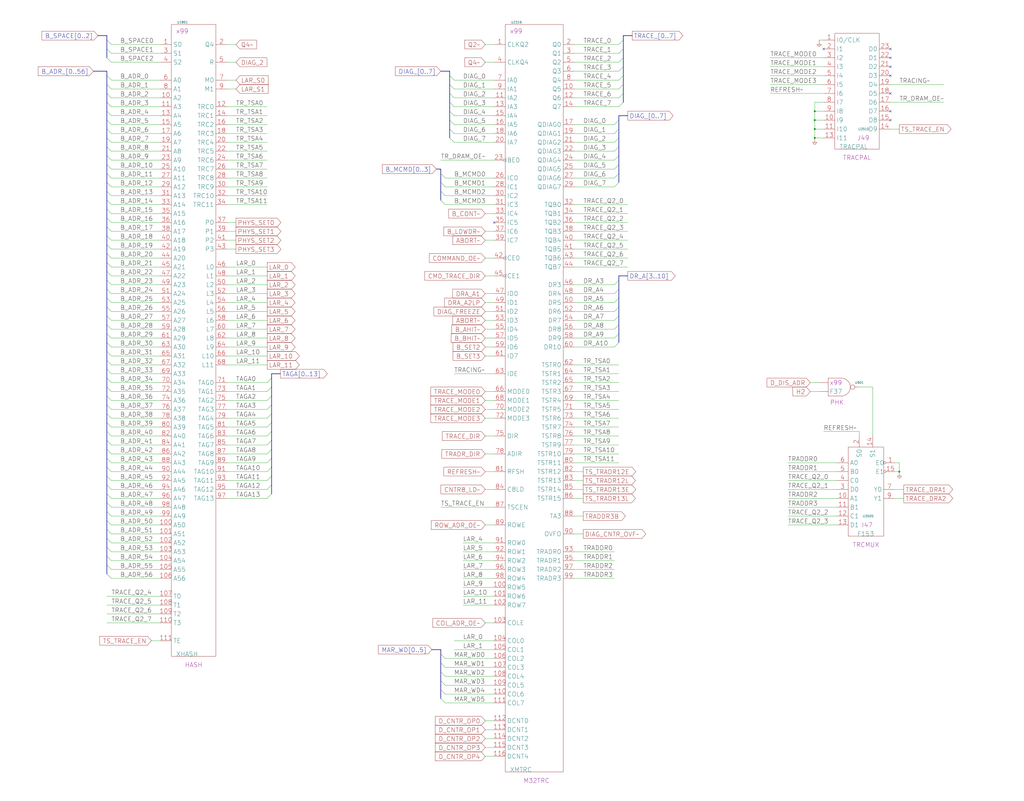
<source format=kicad_sch>
(kicad_sch (version 20230121) (generator eeschema)
  (paper "User" 584.2 457.2)
  (title_block (title "ADDRESS\\nLAR AND SET REGISTERS") (date "08-MAR-90") (rev "0.0") (comment 1 "MEM32 BOARD") (comment 2 "232-003066") (comment 3 "S400") (comment 4 "RELEASED"))
  (junction (at 464.82 78.74))
  (junction (at 513.08 269.24))
  (junction (at 464.82 63.5))
  (junction (at 464.82 68.58))
  (junction (at 464.82 73.66))
  (no_connect (at 469.9 27.94))
  (no_connect (at 508 33.02))
  (no_connect (at 508 53.34))
  (no_connect (at 508 38.1))
  (no_connect (at 281.94 127))
  (no_connect (at 508 43.18))
  (no_connect (at 508 27.94))
  (no_connect (at 508 63.5))
  (no_connect (at 508 68.58))
  (bus_entry (at 60.96 160.02) (size 2.54 2.54))
  (bus_entry (at 353.06 170.18) (size -2.54 2.54))
  (bus_entry (at 353.06 83.82) (size -2.54 2.54))
  (bus_entry (at 60.96 144.78) (size 2.54 2.54))
  (bus_entry (at 60.96 58.42) (size 2.54 2.54))
  (bus_entry (at 60.96 246.38) (size 2.54 2.54))
  (bus_entry (at 154.94 236.22) (size -2.54 2.54))
  (bus_entry (at 60.96 134.62) (size 2.54 2.54))
  (bus_entry (at 251.46 383.54) (size 2.54 2.54))
  (bus_entry (at 60.96 266.7) (size 2.54 2.54))
  (bus_entry (at 154.94 226.06) (size -2.54 2.54))
  (bus_entry (at 256.54 78.74) (size 2.54 2.54))
  (bus_entry (at 60.96 307.34) (size 2.54 2.54))
  (bus_entry (at 256.54 43.18) (size 2.54 2.54))
  (bus_entry (at 353.06 165.1) (size -2.54 2.54))
  (bus_entry (at 60.96 287.02) (size 2.54 2.54))
  (bus_entry (at 154.94 251.46) (size -2.54 2.54))
  (bus_entry (at 60.96 297.18) (size 2.54 2.54))
  (bus_entry (at 154.94 246.38) (size -2.54 2.54))
  (bus_entry (at 355.6 22.86) (size -2.54 2.54))
  (bus_entry (at 60.96 281.94) (size 2.54 2.54))
  (bus_entry (at 60.96 236.22) (size 2.54 2.54))
  (bus_entry (at 60.96 175.26) (size 2.54 2.54))
  (bus_entry (at 60.96 22.86) (size 2.54 2.54))
  (bus_entry (at 256.54 68.58) (size 2.54 2.54))
  (bus_entry (at 60.96 124.46) (size 2.54 2.54))
  (bus_entry (at 60.96 215.9) (size 2.54 2.54))
  (bus_entry (at 60.96 271.78) (size 2.54 2.54))
  (bus_entry (at 251.46 109.22) (size 2.54 2.54))
  (bus_entry (at 353.06 93.98) (size -2.54 2.54))
  (bus_entry (at 60.96 292.1) (size 2.54 2.54))
  (bus_entry (at 60.96 48.26) (size 2.54 2.54))
  (bus_entry (at 60.96 210.82) (size 2.54 2.54))
  (bus_entry (at 251.46 388.62) (size 2.54 2.54))
  (bus_entry (at 353.06 175.26) (size -2.54 2.54))
  (bus_entry (at 251.46 99.06) (size 2.54 2.54))
  (bus_entry (at 256.54 63.5) (size 2.54 2.54))
  (bus_entry (at 256.54 73.66) (size 2.54 2.54))
  (bus_entry (at 60.96 251.46) (size 2.54 2.54))
  (bus_entry (at 353.06 160.02) (size -2.54 2.54))
  (bus_entry (at 353.06 73.66) (size -2.54 2.54))
  (bus_entry (at 60.96 73.66) (size 2.54 2.54))
  (bus_entry (at 60.96 104.14) (size 2.54 2.54))
  (bus_entry (at 60.96 114.3) (size 2.54 2.54))
  (bus_entry (at 256.54 58.42) (size 2.54 2.54))
  (bus_entry (at 60.96 185.42) (size 2.54 2.54))
  (bus_entry (at 154.94 231.14) (size -2.54 2.54))
  (bus_entry (at 251.46 373.38) (size 2.54 2.54))
  (bus_entry (at 60.96 226.06) (size 2.54 2.54))
  (bus_entry (at 154.94 281.94) (size -2.54 2.54))
  (bus_entry (at 60.96 241.3) (size 2.54 2.54))
  (bus_entry (at 60.96 195.58) (size 2.54 2.54))
  (bus_entry (at 154.94 220.98) (size -2.54 2.54))
  (bus_entry (at 60.96 200.66) (size 2.54 2.54))
  (bus_entry (at 60.96 322.58) (size 2.54 2.54))
  (bus_entry (at 355.6 48.26) (size -2.54 2.54))
  (bus_entry (at 251.46 104.14) (size 2.54 2.54))
  (bus_entry (at 60.96 33.02) (size 2.54 2.54))
  (bus_entry (at 60.96 63.5) (size 2.54 2.54))
  (bus_entry (at 353.06 185.42) (size -2.54 2.54))
  (bus_entry (at 355.6 58.42) (size -2.54 2.54))
  (bus_entry (at 355.6 27.94) (size -2.54 2.54))
  (bus_entry (at 60.96 88.9) (size 2.54 2.54))
  (bus_entry (at 60.96 256.54) (size 2.54 2.54))
  (bus_entry (at 60.96 170.18) (size 2.54 2.54))
  (bus_entry (at 355.6 53.34) (size -2.54 2.54))
  (bus_entry (at 353.06 99.06) (size -2.54 2.54))
  (bus_entry (at 353.06 180.34) (size -2.54 2.54))
  (bus_entry (at 60.96 231.14) (size 2.54 2.54))
  (bus_entry (at 60.96 68.58) (size 2.54 2.54))
  (bus_entry (at 60.96 109.22) (size 2.54 2.54))
  (bus_entry (at 60.96 276.86) (size 2.54 2.54))
  (bus_entry (at 60.96 190.5) (size 2.54 2.54))
  (bus_entry (at 251.46 393.7) (size 2.54 2.54))
  (bus_entry (at 60.96 93.98) (size 2.54 2.54))
  (bus_entry (at 60.96 149.86) (size 2.54 2.54))
  (bus_entry (at 353.06 68.58) (size -2.54 2.54))
  (bus_entry (at 60.96 165.1) (size 2.54 2.54))
  (bus_entry (at 353.06 190.5) (size -2.54 2.54))
  (bus_entry (at 60.96 43.18) (size 2.54 2.54))
  (bus_entry (at 60.96 83.82) (size 2.54 2.54))
  (bus_entry (at 60.96 261.62) (size 2.54 2.54))
  (bus_entry (at 60.96 154.94) (size 2.54 2.54))
  (bus_entry (at 251.46 398.78) (size 2.54 2.54))
  (bus_entry (at 256.54 53.34) (size 2.54 2.54))
  (bus_entry (at 60.96 312.42) (size 2.54 2.54))
  (bus_entry (at 353.06 88.9) (size -2.54 2.54))
  (bus_entry (at 251.46 378.46) (size 2.54 2.54))
  (bus_entry (at 355.6 43.18) (size -2.54 2.54))
  (bus_entry (at 60.96 327.66) (size 2.54 2.54))
  (bus_entry (at 60.96 119.38) (size 2.54 2.54))
  (bus_entry (at 353.06 104.14) (size -2.54 2.54))
  (bus_entry (at 60.96 53.34) (size 2.54 2.54))
  (bus_entry (at 60.96 220.98) (size 2.54 2.54))
  (bus_entry (at 60.96 78.74) (size 2.54 2.54))
  (bus_entry (at 154.94 215.9) (size -2.54 2.54))
  (bus_entry (at 60.96 129.54) (size 2.54 2.54))
  (bus_entry (at 355.6 33.02) (size -2.54 2.54))
  (bus_entry (at 154.94 271.78) (size -2.54 2.54))
  (bus_entry (at 154.94 241.3) (size -2.54 2.54))
  (bus_entry (at 251.46 114.3) (size 2.54 2.54))
  (bus_entry (at 154.94 256.54) (size -2.54 2.54))
  (bus_entry (at 60.96 27.94) (size 2.54 2.54))
  (bus_entry (at 353.06 195.58) (size -2.54 2.54))
  (bus_entry (at 60.96 302.26) (size 2.54 2.54))
  (bus_entry (at 60.96 205.74) (size 2.54 2.54))
  (bus_entry (at 154.94 266.7) (size -2.54 2.54))
  (bus_entry (at 154.94 261.62) (size -2.54 2.54))
  (bus_entry (at 60.96 180.34) (size 2.54 2.54))
  (bus_entry (at 353.06 78.74) (size -2.54 2.54))
  (bus_entry (at 256.54 48.26) (size 2.54 2.54))
  (bus_entry (at 60.96 99.06) (size 2.54 2.54))
  (bus_entry (at 60.96 139.7) (size 2.54 2.54))
  (bus_entry (at 355.6 38.1) (size -2.54 2.54))
  (bus_entry (at 60.96 317.5) (size 2.54 2.54))
  (bus_entry (at 154.94 276.86) (size -2.54 2.54))
  (wire (pts (xy 276.86 121.92) (xy 281.94 121.92)))
  (wire (pts (xy 259.08 370.84) (xy 281.94 370.84)))
  (wire (pts (xy 327.66 40.64) (xy 353.06 40.64)))
  (wire (pts (xy 63.5 320.04) (xy 91.44 320.04)))
  (wire (pts (xy 327.66 264.16) (xy 353.06 264.16)))
  (wire (pts (xy 276.86 203.2) (xy 281.94 203.2)))
  (bus (pts (xy 60.96 215.9) (xy 60.96 220.98)))
  (wire (pts (xy 464.82 63.5) (xy 469.9 63.5)))
  (wire (pts (xy 129.54 218.44) (xy 152.4 218.44)))
  (wire (pts (xy 276.86 233.68) (xy 281.94 233.68)))
  (wire (pts (xy 129.54 223.52) (xy 152.4 223.52)))
  (wire (pts (xy 129.54 132.08) (xy 134.62 132.08)))
  (wire (pts (xy 490.22 220.98) (xy 497.84 220.98)))
  (bus (pts (xy 353.06 160.02) (xy 353.06 165.1)))
  (wire (pts (xy 259.08 365.76) (xy 281.94 365.76)))
  (bus (pts (xy 60.96 119.38) (xy 60.96 124.46)))
  (wire (pts (xy 276.86 269.24) (xy 281.94 269.24)))
  (bus (pts (xy 160.02 213.36) (xy 154.94 213.36)))
  (wire (pts (xy 63.5 35.56) (xy 91.44 35.56)))
  (wire (pts (xy 469.9 246.38) (xy 490.22 246.38)))
  (wire (pts (xy 327.66 243.84) (xy 353.06 243.84)))
  (bus (pts (xy 60.96 129.54) (xy 60.96 134.62)))
  (wire (pts (xy 439.42 43.18) (xy 469.9 43.18)))
  (wire (pts (xy 276.86 187.96) (xy 281.94 187.96)))
  (wire (pts (xy 276.86 147.32) (xy 281.94 147.32)))
  (wire (pts (xy 327.66 76.2) (xy 350.52 76.2)))
  (bus (pts (xy 60.96 109.22) (xy 60.96 114.3)))
  (wire (pts (xy 327.66 81.28) (xy 350.52 81.28)))
  (bus (pts (xy 353.06 185.42) (xy 353.06 190.5)))
  (wire (pts (xy 276.86 193.04) (xy 281.94 193.04)))
  (wire (pts (xy 63.5 208.28) (xy 91.44 208.28)))
  (bus (pts (xy 60.96 73.66) (xy 60.96 78.74)))
  (wire (pts (xy 63.5 238.76) (xy 91.44 238.76)))
  (wire (pts (xy 129.54 274.32) (xy 152.4 274.32)))
  (wire (pts (xy 327.66 91.44) (xy 350.52 91.44)))
  (wire (pts (xy 259.08 76.2) (xy 281.94 76.2)))
  (wire (pts (xy 327.66 274.32) (xy 332.74 274.32)))
  (bus (pts (xy 60.96 114.3) (xy 60.96 119.38)))
  (wire (pts (xy 327.66 86.36) (xy 350.52 86.36)))
  (wire (pts (xy 63.5 81.28) (xy 91.44 81.28)))
  (wire (pts (xy 276.86 421.64) (xy 281.94 421.64)))
  (wire (pts (xy 464.82 68.58) (xy 469.9 68.58)))
  (wire (pts (xy 464.82 73.66) (xy 469.9 73.66)))
  (wire (pts (xy 327.66 208.28) (xy 353.06 208.28)))
  (wire (pts (xy 254 375.92) (xy 281.94 375.92)))
  (bus (pts (xy 60.96 246.38) (xy 60.96 251.46)))
  (wire (pts (xy 129.54 157.48) (xy 152.4 157.48)))
  (wire (pts (xy 152.4 86.36) (xy 129.54 86.36)))
  (wire (pts (xy 63.5 162.56) (xy 91.44 162.56)))
  (bus (pts (xy 60.96 40.64) (xy 60.96 43.18)))
  (wire (pts (xy 264.16 335.28) (xy 281.94 335.28)))
  (bus (pts (xy 251.46 388.62) (xy 251.46 393.7)))
  (wire (pts (xy 327.66 45.72) (xy 353.06 45.72)))
  (wire (pts (xy 129.54 243.84) (xy 152.4 243.84)))
  (wire (pts (xy 276.86 299.72) (xy 281.94 299.72)))
  (bus (pts (xy 353.06 180.34) (xy 353.06 185.42)))
  (bus (pts (xy 154.94 241.3) (xy 154.94 246.38)))
  (wire (pts (xy 264.16 309.88) (xy 281.94 309.88)))
  (bus (pts (xy 60.96 312.42) (xy 60.96 307.34)))
  (wire (pts (xy 63.5 269.24) (xy 91.44 269.24)))
  (wire (pts (xy 129.54 193.04) (xy 152.4 193.04)))
  (bus (pts (xy 355.6 58.42) (xy 355.6 53.34)))
  (wire (pts (xy 63.5 91.44) (xy 91.44 91.44)))
  (wire (pts (xy 63.5 30.48) (xy 91.44 30.48)))
  (bus (pts (xy 60.96 93.98) (xy 60.96 99.06)))
  (wire (pts (xy 63.5 314.96) (xy 91.44 314.96)))
  (wire (pts (xy 264.16 345.44) (xy 281.94 345.44)))
  (wire (pts (xy 327.66 223.52) (xy 353.06 223.52)))
  (wire (pts (xy 327.66 127) (xy 358.14 127)))
  (wire (pts (xy 327.66 254) (xy 353.06 254)))
  (wire (pts (xy 63.5 142.24) (xy 91.44 142.24)))
  (wire (pts (xy 327.66 30.48) (xy 353.06 30.48)))
  (bus (pts (xy 60.96 139.7) (xy 60.96 144.78)))
  (wire (pts (xy 439.42 48.26) (xy 469.9 48.26)))
  (wire (pts (xy 439.42 38.1) (xy 469.9 38.1)))
  (wire (pts (xy 63.5 248.92) (xy 91.44 248.92)))
  (wire (pts (xy 327.66 101.6) (xy 350.52 101.6)))
  (bus (pts (xy 60.96 104.14) (xy 60.96 109.22)))
  (wire (pts (xy 63.5 86.36) (xy 91.44 86.36)))
  (wire (pts (xy 449.58 279.4) (xy 477.52 279.4)))
  (wire (pts (xy 63.5 101.6) (xy 91.44 101.6)))
  (wire (pts (xy 152.4 66.04) (xy 129.54 66.04)))
  (wire (pts (xy 63.5 289.56) (xy 91.44 289.56)))
  (bus (pts (xy 60.96 134.62) (xy 60.96 139.7)))
  (wire (pts (xy 63.5 116.84) (xy 91.44 116.84)))
  (bus (pts (xy 248.92 96.52) (xy 251.46 96.52)))
  (bus (pts (xy 60.96 149.86) (xy 60.96 154.94)))
  (wire (pts (xy 327.66 248.92) (xy 353.06 248.92)))
  (bus (pts (xy 154.94 261.62) (xy 154.94 266.7)))
  (bus (pts (xy 353.06 83.82) (xy 353.06 88.9)))
  (bus (pts (xy 60.96 287.02) (xy 60.96 281.94)))
  (wire (pts (xy 129.54 284.48) (xy 152.4 284.48)))
  (bus (pts (xy 60.96 27.94) (xy 60.96 33.02)))
  (wire (pts (xy 251.46 289.56) (xy 281.94 289.56)))
  (wire (pts (xy 259.08 55.88) (xy 281.94 55.88)))
  (wire (pts (xy 462.28 218.44) (xy 467.36 218.44)))
  (wire (pts (xy 449.58 264.16) (xy 477.52 264.16)))
  (bus (pts (xy 154.94 220.98) (xy 154.94 226.06)))
  (wire (pts (xy 276.86 426.72) (xy 281.94 426.72)))
  (bus (pts (xy 60.96 266.7) (xy 60.96 261.62)))
  (wire (pts (xy 152.4 101.6) (xy 129.54 101.6)))
  (bus (pts (xy 355.6 20.32) (xy 360.68 20.32)))
  (bus (pts (xy 60.96 88.9) (xy 60.96 93.98)))
  (bus (pts (xy 154.94 226.06) (xy 154.94 231.14)))
  (wire (pts (xy 264.16 314.96) (xy 281.94 314.96)))
  (wire (pts (xy 276.86 167.64) (xy 281.94 167.64)))
  (wire (pts (xy 63.5 228.6) (xy 91.44 228.6)))
  (wire (pts (xy 63.5 203.2) (xy 91.44 203.2)))
  (bus (pts (xy 60.96 231.14) (xy 60.96 236.22)))
  (bus (pts (xy 154.94 215.9) (xy 154.94 220.98)))
  (wire (pts (xy 276.86 182.88) (xy 281.94 182.88)))
  (wire (pts (xy 510.54 269.24) (xy 513.08 269.24)))
  (wire (pts (xy 129.54 187.96) (xy 152.4 187.96)))
  (wire (pts (xy 327.66 177.8) (xy 350.52 177.8)))
  (bus (pts (xy 60.96 124.46) (xy 60.96 129.54)))
  (bus (pts (xy 60.96 195.58) (xy 60.96 200.66)))
  (wire (pts (xy 152.4 71.12) (xy 129.54 71.12)))
  (bus (pts (xy 60.96 58.42) (xy 60.96 63.5)))
  (wire (pts (xy 327.66 228.6) (xy 353.06 228.6)))
  (wire (pts (xy 327.66 314.96) (xy 350.52 314.96)))
  (wire (pts (xy 63.5 330.2) (xy 91.44 330.2)))
  (wire (pts (xy 327.66 294.64) (xy 332.74 294.64)))
  (wire (pts (xy 129.54 279.4) (xy 152.4 279.4)))
  (bus (pts (xy 353.06 73.66) (xy 353.06 78.74)))
  (wire (pts (xy 259.08 81.28) (xy 281.94 81.28)))
  (wire (pts (xy 327.66 142.24) (xy 358.14 142.24)))
  (wire (pts (xy 464.82 78.74) (xy 469.9 78.74)))
  (wire (pts (xy 63.5 106.68) (xy 91.44 106.68)))
  (wire (pts (xy 327.66 116.84) (xy 358.14 116.84)))
  (wire (pts (xy 86.36 365.76) (xy 91.44 365.76)))
  (wire (pts (xy 63.5 193.04) (xy 91.44 193.04)))
  (bus (pts (xy 251.46 393.7) (xy 251.46 398.78)))
  (wire (pts (xy 327.66 304.8) (xy 332.74 304.8)))
  (wire (pts (xy 129.54 269.24) (xy 152.4 269.24)))
  (bus (pts (xy 251.46 104.14) (xy 251.46 109.22)))
  (bus (pts (xy 60.96 68.58) (xy 60.96 73.66)))
  (wire (pts (xy 327.66 106.68) (xy 350.52 106.68)))
  (wire (pts (xy 327.66 198.12) (xy 350.52 198.12)))
  (wire (pts (xy 276.86 416.56) (xy 281.94 416.56)))
  (bus (pts (xy 353.06 175.26) (xy 353.06 180.34)))
  (wire (pts (xy 327.66 269.24) (xy 332.74 269.24)))
  (bus (pts (xy 353.06 66.04) (xy 358.14 66.04)))
  (wire (pts (xy 449.58 294.64) (xy 477.52 294.64)))
  (wire (pts (xy 63.5 66.04) (xy 91.44 66.04)))
  (bus (pts (xy 60.96 317.5) (xy 60.96 322.58)))
  (bus (pts (xy 353.06 157.48) (xy 353.06 160.02)))
  (wire (pts (xy 276.86 25.4) (xy 281.94 25.4)))
  (bus (pts (xy 256.54 58.42) (xy 256.54 63.5)))
  (bus (pts (xy 154.94 236.22) (xy 154.94 241.3)))
  (wire (pts (xy 259.08 66.04) (xy 281.94 66.04)))
  (bus (pts (xy 154.94 271.78) (xy 154.94 276.86)))
  (wire (pts (xy 327.66 325.12) (xy 350.52 325.12)))
  (wire (pts (xy 60.96 350.52) (xy 91.44 350.52)))
  (bus (pts (xy 353.06 93.98) (xy 353.06 99.06)))
  (bus (pts (xy 256.54 68.58) (xy 256.54 73.66)))
  (wire (pts (xy 449.58 299.72) (xy 477.52 299.72)))
  (wire (pts (xy 63.5 264.16) (xy 91.44 264.16)))
  (wire (pts (xy 152.4 116.84) (xy 129.54 116.84)))
  (bus (pts (xy 60.96 160.02) (xy 60.96 165.1)))
  (wire (pts (xy 327.66 187.96) (xy 350.52 187.96)))
  (wire (pts (xy 327.66 162.56) (xy 350.52 162.56)))
  (wire (pts (xy 129.54 254) (xy 152.4 254)))
  (wire (pts (xy 63.5 167.64) (xy 91.44 167.64)))
  (wire (pts (xy 63.5 254) (xy 91.44 254)))
  (wire (pts (xy 63.5 182.88) (xy 91.44 182.88)))
  (wire (pts (xy 129.54 233.68) (xy 152.4 233.68)))
  (bus (pts (xy 355.6 27.94) (xy 355.6 22.86)))
  (wire (pts (xy 254 386.08) (xy 281.94 386.08)))
  (bus (pts (xy 251.46 383.54) (xy 251.46 388.62)))
  (wire (pts (xy 327.66 55.88) (xy 353.06 55.88)))
  (wire (pts (xy 276.86 431.8) (xy 281.94 431.8)))
  (wire (pts (xy 513.08 264.16) (xy 513.08 269.24)))
  (bus (pts (xy 55.88 20.32) (xy 60.96 20.32)))
  (wire (pts (xy 510.54 284.48) (xy 515.62 284.48)))
  (wire (pts (xy 259.08 60.96) (xy 281.94 60.96)))
  (bus (pts (xy 353.06 78.74) (xy 353.06 83.82)))
  (bus (pts (xy 256.54 53.34) (xy 256.54 58.42)))
  (wire (pts (xy 449.58 289.56) (xy 477.52 289.56)))
  (wire (pts (xy 276.86 238.76) (xy 281.94 238.76)))
  (bus (pts (xy 60.96 48.26) (xy 60.96 53.34)))
  (bus (pts (xy 256.54 43.18) (xy 256.54 48.26)))
  (wire (pts (xy 63.5 325.12) (xy 91.44 325.12)))
  (wire (pts (xy 63.5 55.88) (xy 91.44 55.88)))
  (wire (pts (xy 276.86 228.6) (xy 281.94 228.6)))
  (wire (pts (xy 254 101.6) (xy 281.94 101.6)))
  (bus (pts (xy 60.96 53.34) (xy 60.96 58.42)))
  (wire (pts (xy 63.5 50.8) (xy 91.44 50.8)))
  (wire (pts (xy 327.66 25.4) (xy 353.06 25.4)))
  (bus (pts (xy 251.46 109.22) (xy 251.46 114.3)))
  (bus (pts (xy 60.96 170.18) (xy 60.96 175.26)))
  (wire (pts (xy 63.5 218.44) (xy 91.44 218.44)))
  (bus (pts (xy 60.96 190.5) (xy 60.96 195.58)))
  (wire (pts (xy 129.54 127) (xy 134.62 127)))
  (wire (pts (xy 464.82 78.74) (xy 464.82 73.66)))
  (wire (pts (xy 439.42 33.02) (xy 469.9 33.02)))
  (wire (pts (xy 129.54 198.12) (xy 152.4 198.12)))
  (wire (pts (xy 63.5 132.08) (xy 91.44 132.08)))
  (wire (pts (xy 129.54 248.92) (xy 152.4 248.92)))
  (wire (pts (xy 276.86 223.52) (xy 281.94 223.52)))
  (wire (pts (xy 152.4 91.44) (xy 129.54 91.44)))
  (bus (pts (xy 60.96 246.38) (xy 60.96 241.3)))
  (wire (pts (xy 327.66 213.36) (xy 353.06 213.36)))
  (wire (pts (xy 327.66 279.4) (xy 332.74 279.4)))
  (wire (pts (xy 276.86 172.72) (xy 281.94 172.72)))
  (wire (pts (xy 63.5 294.64) (xy 91.44 294.64)))
  (bus (pts (xy 355.6 22.86) (xy 355.6 20.32)))
  (wire (pts (xy 254 396.24) (xy 281.94 396.24)))
  (bus (pts (xy 60.96 292.1) (xy 60.96 297.18)))
  (wire (pts (xy 254 391.16) (xy 281.94 391.16)))
  (bus (pts (xy 60.96 78.74) (xy 60.96 83.82)))
  (wire (pts (xy 327.66 167.64) (xy 350.52 167.64)))
  (wire (pts (xy 63.5 147.32) (xy 91.44 147.32)))
  (wire (pts (xy 327.66 193.04) (xy 350.52 193.04)))
  (bus (pts (xy 53.34 40.64) (xy 60.96 40.64)))
  (bus (pts (xy 353.06 170.18) (xy 353.06 175.26)))
  (wire (pts (xy 129.54 264.16) (xy 152.4 264.16)))
  (wire (pts (xy 129.54 182.88) (xy 152.4 182.88)))
  (wire (pts (xy 327.66 121.92) (xy 358.14 121.92)))
  (wire (pts (xy 129.54 177.8) (xy 152.4 177.8)))
  (wire (pts (xy 449.58 269.24) (xy 477.52 269.24)))
  (wire (pts (xy 449.58 284.48) (xy 477.52 284.48)))
  (wire (pts (xy 63.5 172.72) (xy 91.44 172.72)))
  (wire (pts (xy 152.4 76.2) (xy 129.54 76.2)))
  (bus (pts (xy 60.96 99.06) (xy 60.96 104.14)))
  (wire (pts (xy 63.5 127) (xy 91.44 127)))
  (wire (pts (xy 254 381) (xy 281.94 381)))
  (wire (pts (xy 63.5 157.48) (xy 91.44 157.48)))
  (wire (pts (xy 276.86 132.08) (xy 281.94 132.08)))
  (wire (pts (xy 497.84 220.98) (xy 497.84 248.92)))
  (wire (pts (xy 327.66 137.16) (xy 358.14 137.16)))
  (wire (pts (xy 129.54 203.2) (xy 152.4 203.2)))
  (wire (pts (xy 60.96 355.6) (xy 91.44 355.6)))
  (wire (pts (xy 276.86 177.8) (xy 281.94 177.8)))
  (wire (pts (xy 60.96 345.44) (xy 91.44 345.44)))
  (bus (pts (xy 154.94 266.7) (xy 154.94 271.78)))
  (wire (pts (xy 63.5 177.8) (xy 91.44 177.8)))
  (wire (pts (xy 63.5 111.76) (xy 91.44 111.76)))
  (wire (pts (xy 469.9 58.42) (xy 464.82 58.42)))
  (bus (pts (xy 60.96 20.32) (xy 60.96 22.86)))
  (wire (pts (xy 259.08 50.8) (xy 281.94 50.8)))
  (bus (pts (xy 355.6 43.18) (xy 355.6 38.1)))
  (bus (pts (xy 60.96 307.34) (xy 60.96 302.26)))
  (wire (pts (xy 63.5 198.12) (xy 91.44 198.12)))
  (bus (pts (xy 60.96 22.86) (xy 60.96 27.94)))
  (wire (pts (xy 276.86 259.08) (xy 281.94 259.08)))
  (wire (pts (xy 327.66 60.96) (xy 353.06 60.96)))
  (bus (pts (xy 154.94 251.46) (xy 154.94 256.54)))
  (wire (pts (xy 467.36 22.86) (xy 469.9 22.86)))
  (wire (pts (xy 63.5 121.92) (xy 91.44 121.92)))
  (wire (pts (xy 63.5 45.72) (xy 91.44 45.72)))
  (wire (pts (xy 63.5 25.4) (xy 91.44 25.4)))
  (wire (pts (xy 60.96 340.36) (xy 91.44 340.36)))
  (wire (pts (xy 464.82 58.42) (xy 464.82 63.5)))
  (wire (pts (xy 152.4 111.76) (xy 129.54 111.76)))
  (wire (pts (xy 63.5 213.36) (xy 91.44 213.36)))
  (wire (pts (xy 63.5 137.16) (xy 91.44 137.16)))
  (wire (pts (xy 276.86 411.48) (xy 281.94 411.48)))
  (wire (pts (xy 276.86 355.6) (xy 281.94 355.6)))
  (wire (pts (xy 327.66 147.32) (xy 358.14 147.32)))
  (wire (pts (xy 264.16 325.12) (xy 281.94 325.12)))
  (wire (pts (xy 129.54 25.4) (xy 134.62 25.4)))
  (wire (pts (xy 276.86 198.12) (xy 281.94 198.12)))
  (bus (pts (xy 353.06 68.58) (xy 353.06 73.66)))
  (wire (pts (xy 129.54 137.16) (xy 134.62 137.16)))
  (wire (pts (xy 508 58.42) (xy 538.48 58.42)))
  (bus (pts (xy 154.94 246.38) (xy 154.94 251.46)))
  (wire (pts (xy 129.54 167.64) (xy 152.4 167.64)))
  (bus (pts (xy 60.96 154.94) (xy 60.96 160.02)))
  (wire (pts (xy 276.86 35.56) (xy 281.94 35.56)))
  (wire (pts (xy 327.66 50.8) (xy 353.06 50.8)))
  (wire (pts (xy 152.4 106.68) (xy 129.54 106.68)))
  (wire (pts (xy 327.66 71.12) (xy 350.52 71.12)))
  (bus (pts (xy 154.94 276.86) (xy 154.94 281.94)))
  (wire (pts (xy 129.54 259.08) (xy 152.4 259.08)))
  (wire (pts (xy 63.5 187.96) (xy 91.44 187.96)))
  (wire (pts (xy 449.58 274.32) (xy 477.52 274.32)))
  (wire (pts (xy 327.66 233.68) (xy 353.06 233.68)))
  (bus (pts (xy 256.54 73.66) (xy 256.54 78.74)))
  (wire (pts (xy 254 111.76) (xy 281.94 111.76)))
  (wire (pts (xy 63.5 274.32) (xy 91.44 274.32)))
  (bus (pts (xy 60.96 43.18) (xy 60.96 48.26)))
  (bus (pts (xy 60.96 287.02) (xy 60.96 292.1)))
  (wire (pts (xy 276.86 279.4) (xy 281.94 279.4)))
  (wire (pts (xy 259.08 213.36) (xy 281.94 213.36)))
  (bus (pts (xy 154.94 213.36) (xy 154.94 215.9)))
  (bus (pts (xy 355.6 33.02) (xy 355.6 27.94)))
  (wire (pts (xy 327.66 238.76) (xy 353.06 238.76)))
  (bus (pts (xy 60.96 205.74) (xy 60.96 210.82)))
  (wire (pts (xy 327.66 218.44) (xy 353.06 218.44)))
  (bus (pts (xy 251.46 370.84) (xy 251.46 373.38)))
  (bus (pts (xy 353.06 99.06) (xy 353.06 104.14)))
  (bus (pts (xy 154.94 256.54) (xy 154.94 261.62)))
  (wire (pts (xy 63.5 243.84) (xy 91.44 243.84)))
  (bus (pts (xy 256.54 48.26) (xy 256.54 53.34)))
  (bus (pts (xy 60.96 210.82) (xy 60.96 215.9)))
  (bus (pts (xy 353.06 157.48) (xy 358.14 157.48)))
  (wire (pts (xy 464.82 63.5) (xy 464.82 68.58)))
  (wire (pts (xy 152.4 60.96) (xy 129.54 60.96)))
  (wire (pts (xy 327.66 172.72) (xy 350.52 172.72)))
  (wire (pts (xy 462.28 223.52) (xy 467.36 223.52)))
  (wire (pts (xy 327.66 96.52) (xy 350.52 96.52)))
  (bus (pts (xy 60.96 63.5) (xy 60.96 68.58)))
  (wire (pts (xy 264.16 320.04) (xy 281.94 320.04)))
  (wire (pts (xy 464.82 73.66) (xy 464.82 68.58)))
  (bus (pts (xy 256.54 40.64) (xy 256.54 43.18)))
  (wire (pts (xy 63.5 233.68) (xy 91.44 233.68)))
  (wire (pts (xy 129.54 228.6) (xy 152.4 228.6)))
  (bus (pts (xy 353.06 88.9) (xy 353.06 93.98)))
  (wire (pts (xy 63.5 76.2) (xy 91.44 76.2)))
  (wire (pts (xy 327.66 284.48) (xy 332.74 284.48)))
  (wire (pts (xy 264.16 340.36) (xy 281.94 340.36)))
  (wire (pts (xy 490.22 246.38) (xy 490.22 248.92)))
  (wire (pts (xy 63.5 223.52) (xy 91.44 223.52)))
  (wire (pts (xy 63.5 71.12) (xy 91.44 71.12)))
  (bus (pts (xy 60.96 180.34) (xy 60.96 185.42)))
  (wire (pts (xy 327.66 35.56) (xy 353.06 35.56)))
  (wire (pts (xy 276.86 137.16) (xy 281.94 137.16)))
  (bus (pts (xy 60.96 226.06) (xy 60.96 231.14)))
  (bus (pts (xy 251.46 378.46) (xy 251.46 383.54)))
  (bus (pts (xy 60.96 200.66) (xy 60.96 205.74)))
  (bus (pts (xy 154.94 231.14) (xy 154.94 236.22)))
  (wire (pts (xy 254 116.84) (xy 281.94 116.84)))
  (wire (pts (xy 129.54 152.4) (xy 152.4 152.4)))
  (bus (pts (xy 60.96 83.82) (xy 60.96 88.9)))
  (bus (pts (xy 60.96 276.86) (xy 60.96 281.94)))
  (bus (pts (xy 60.96 256.54) (xy 60.96 261.62)))
  (wire (pts (xy 510.54 279.4) (xy 515.62 279.4)))
  (wire (pts (xy 63.5 299.72) (xy 91.44 299.72)))
  (wire (pts (xy 129.54 142.24) (xy 134.62 142.24)))
  (bus (pts (xy 60.96 175.26) (xy 60.96 180.34)))
  (wire (pts (xy 254 106.68) (xy 281.94 106.68)))
  (wire (pts (xy 129.54 162.56) (xy 152.4 162.56)))
  (wire (pts (xy 63.5 284.48) (xy 91.44 284.48)))
  (wire (pts (xy 327.66 259.08) (xy 353.06 259.08)))
  (wire (pts (xy 327.66 182.88) (xy 350.52 182.88)))
  (bus (pts (xy 251.46 373.38) (xy 251.46 378.46)))
  (wire (pts (xy 251.46 91.44) (xy 281.94 91.44)))
  (wire (pts (xy 508 48.26) (xy 538.48 48.26)))
  (wire (pts (xy 134.62 45.72) (xy 129.54 45.72)))
  (wire (pts (xy 276.86 248.92) (xy 281.94 248.92)))
  (bus (pts (xy 60.96 251.46) (xy 60.96 256.54)))
  (bus (pts (xy 60.96 322.58) (xy 60.96 327.66)))
  (wire (pts (xy 254 401.32) (xy 281.94 401.32)))
  (bus (pts (xy 256.54 63.5) (xy 256.54 68.58)))
  (wire (pts (xy 327.66 132.08) (xy 358.14 132.08)))
  (bus (pts (xy 60.96 276.86) (xy 60.96 271.78)))
  (bus (pts (xy 256.54 40.64) (xy 251.46 40.64)))
  (wire (pts (xy 327.66 152.4) (xy 358.14 152.4)))
  (wire (pts (xy 63.5 309.88) (xy 91.44 309.88)))
  (wire (pts (xy 152.4 96.52) (xy 129.54 96.52)))
  (wire (pts (xy 63.5 152.4) (xy 91.44 152.4)))
  (wire (pts (xy 152.4 81.28) (xy 129.54 81.28)))
  (wire (pts (xy 134.62 35.56) (xy 129.54 35.56)))
  (wire (pts (xy 327.66 320.04) (xy 350.52 320.04)))
  (bus (pts (xy 251.46 99.06) (xy 251.46 104.14)))
  (wire (pts (xy 63.5 96.52) (xy 91.44 96.52)))
  (bus (pts (xy 355.6 48.26) (xy 355.6 43.18)))
  (bus (pts (xy 353.06 165.1) (xy 353.06 170.18)))
  (wire (pts (xy 327.66 330.2) (xy 350.52 330.2)))
  (wire (pts (xy 508 73.66) (xy 513.08 73.66)))
  (wire (pts (xy 510.54 264.16) (xy 513.08 264.16)))
  (wire (pts (xy 259.08 71.12) (xy 281.94 71.12)))
  (wire (pts (xy 264.16 330.2) (xy 281.94 330.2)))
  (wire (pts (xy 63.5 304.8) (xy 91.44 304.8)))
  (wire (pts (xy 259.08 45.72) (xy 281.94 45.72)))
  (bus (pts (xy 60.96 312.42) (xy 60.96 317.5)))
  (bus (pts (xy 355.6 38.1) (xy 355.6 33.02)))
  (wire (pts (xy 129.54 172.72) (xy 152.4 172.72)))
  (wire (pts (xy 134.62 50.8) (xy 129.54 50.8)))
  (wire (pts (xy 439.42 53.34) (xy 469.9 53.34)))
  (bus (pts (xy 353.06 66.04) (xy 353.06 68.58)))
  (wire (pts (xy 276.86 157.48) (xy 281.94 157.48)))
  (wire (pts (xy 63.5 259.08) (xy 91.44 259.08)))
  (bus (pts (xy 60.96 185.42) (xy 60.96 190.5)))
  (wire (pts (xy 129.54 238.76) (xy 152.4 238.76)))
  (wire (pts (xy 129.54 208.28) (xy 152.4 208.28)))
  (bus (pts (xy 60.96 165.1) (xy 60.96 170.18)))
  (bus (pts (xy 60.96 144.78) (xy 60.96 149.86)))
  (bus (pts (xy 60.96 297.18) (xy 60.96 302.26)))
  (bus (pts (xy 246.38 370.84) (xy 251.46 370.84)))
  (wire (pts (xy 63.5 60.96) (xy 91.44 60.96)))
  (bus (pts (xy 60.96 266.7) (xy 60.96 271.78)))
  (bus (pts (xy 355.6 53.34) (xy 355.6 48.26)))
  (bus (pts (xy 60.96 241.3) (xy 60.96 236.22)))
  (wire (pts (xy 63.5 279.4) (xy 91.44 279.4)))
  (bus (pts (xy 251.46 96.52) (xy 251.46 99.06)))
  (bus (pts (xy 353.06 190.5) (xy 353.06 195.58)))
  (bus (pts (xy 60.96 226.06) (xy 60.96 220.98)))
  (label "TRACE_3" (at 332.74 40.64 0) (effects (font (size 2.54 2.54))))
  (label "LAR_2" (at 134.62 162.56 0) (effects (font (size 2.54 2.54))))
  (label "DIAG_4" (at 264.16 66.04 0) (effects (font (size 2.54 2.54))))
  (label "DIAG_6" (at 264.16 76.2 0) (effects (font (size 2.54 2.54))))
  (label "TR_TSA10" (at 134.62 111.76 0) (effects (font (size 2.54 2.54))))
  (label "MAR_WD5" (at 259.08 401.32 0) (effects (font (size 2.54 2.54))))
  (label "B_ADR_52" (at 68.58 309.88 0) (effects (font (size 2.54 2.54))))
  (label "TRACE_6" (at 332.74 55.88 0) (effects (font (size 2.54 2.54))))
  (label "TR_TSA4" (at 332.74 228.6 0) (effects (font (size 2.54 2.54))))
  (label "TRADDR2" (at 332.74 325.12 0) (effects (font (size 2.54 2.54))))
  (label "B_ADR_6" (at 68.58 76.2 0) (effects (font (size 2.54 2.54))))
  (label "TR_TSA0" (at 332.74 208.28 0) (effects (font (size 2.54 2.54))))
  (label "TR_TSA2" (at 332.74 218.44 0) (effects (font (size 2.54 2.54))))
  (label "B_MCMD0" (at 259.08 101.6 0) (effects (font (size 2.54 2.54))))
  (label "TAGA0" (at 134.62 218.44 0) (effects (font (size 2.54 2.54))))
  (label "TRACE_Q2_5" (at 332.74 142.24 0) (effects (font (size 2.54 2.54))))
  (label "TRADDR1" (at 449.58 269.24 0) (effects (font (size 2.54 2.54))))
  (label "B_ADR_54" (at 68.58 320.04 0) (effects (font (size 2.54 2.54))))
  (label "B_SPACE1" (at 68.58 30.48 0) (effects (font (size 2.54 2.54))))
  (label "TR_TSA9" (at 134.62 106.68 0) (effects (font (size 2.54 2.54))))
  (label "B_ADR_2" (at 68.58 55.88 0) (effects (font (size 2.54 2.54))))
  (label "B_ADR_44" (at 68.58 269.24 0) (effects (font (size 2.54 2.54))))
  (label "B_MCMD2" (at 259.08 111.76 0) (effects (font (size 2.54 2.54))))
  (label "DIAG_5" (at 264.16 71.12 0) (effects (font (size 2.54 2.54))))
  (label "B_ADR_18" (at 68.58 137.16 0) (effects (font (size 2.54 2.54))))
  (label "TR_TSA11" (at 134.62 116.84 0) (effects (font (size 2.54 2.54))))
  (label "B_ADR_16" (at 68.58 127 0) (effects (font (size 2.54 2.54))))
  (label "B_ADR_36" (at 68.58 228.6 0) (effects (font (size 2.54 2.54))))
  (label "B_ADR_35" (at 68.58 223.52 0) (effects (font (size 2.54 2.54))))
  (label "B_ADR_37" (at 68.58 233.68 0) (effects (font (size 2.54 2.54))))
  (label "B_ADR_14" (at 68.58 116.84 0) (effects (font (size 2.54 2.54))))
  (label "TR_TSA6" (at 332.74 238.76 0) (effects (font (size 2.54 2.54))))
  (label "TRACE_Q2_5" (at 63.5 345.44 0) (effects (font (size 2.54 2.54))))
  (label "REFRESH~" (at 469.9 246.38 0) (effects (font (size 2.54 2.54))))
  (label "TR_TSA8" (at 332.74 248.92 0) (effects (font (size 2.54 2.54))))
  (label "DR_A10" (at 332.74 198.12 0) (effects (font (size 2.54 2.54))))
  (label "TRACE_MODE3" (at 439.42 48.26 0) (effects (font (size 2.54 2.54))))
  (label "B_ADR_32" (at 68.58 208.28 0) (effects (font (size 2.54 2.54))))
  (label "LAR_11" (at 264.16 345.44 0) (effects (font (size 2.54 2.54))))
  (label "B_ADR_26" (at 68.58 177.8 0) (effects (font (size 2.54 2.54))))
  (label "TRACE_MODE2" (at 439.42 43.18 0) (effects (font (size 2.54 2.54))))
  (label "B_SPACE0" (at 68.58 25.4 0) (effects (font (size 2.54 2.54))))
  (label "TAGA6" (at 134.62 248.92 0) (effects (font (size 2.54 2.54))))
  (label "TR_TSA8" (at 134.62 101.6 0) (effects (font (size 2.54 2.54))))
  (label "TRACE_Q2_1" (at 332.74 121.92 0) (effects (font (size 2.54 2.54))))
  (label "LAR_7" (at 264.16 325.12 0) (effects (font (size 2.54 2.54))))
  (label "TRADDR0" (at 449.58 264.16 0) (effects (font (size 2.54 2.54))))
  (label "B_ADR_7" (at 68.58 81.28 0) (effects (font (size 2.54 2.54))))
  (label "LAR_11" (at 134.62 208.28 0) (effects (font (size 2.54 2.54))))
  (label "TRACE_2" (at 332.74 35.56 0) (effects (font (size 2.54 2.54))))
  (label "B_MCMD1" (at 259.08 106.68 0) (effects (font (size 2.54 2.54))))
  (label "LAR_10" (at 134.62 203.2 0) (effects (font (size 2.54 2.54))))
  (label "DIAG_0" (at 332.74 71.12 0) (effects (font (size 2.54 2.54))))
  (label "TRADDR2" (at 449.58 284.48 0) (effects (font (size 2.54 2.54))))
  (label "TR_TSA7" (at 134.62 96.52 0) (effects (font (size 2.54 2.54))))
  (label "B_ADR_33" (at 68.58 213.36 0) (effects (font (size 2.54 2.54))))
  (label "DR_A6" (at 332.74 177.8 0) (effects (font (size 2.54 2.54))))
  (label "LAR_0" (at 264.16 365.76 0) (effects (font (size 2.54 2.54))))
  (label "B_ADR_42" (at 68.58 259.08 0) (effects (font (size 2.54 2.54))))
  (label "DR_A7" (at 332.74 182.88 0) (effects (font (size 2.54 2.54))))
  (label "TR_TSA10" (at 332.74 259.08 0) (effects (font (size 2.54 2.54))))
  (label "TRACE_MODE1" (at 439.42 38.1 0) (effects (font (size 2.54 2.54))))
  (label "B_ADR_25" (at 68.58 172.72 0) (effects (font (size 2.54 2.54))))
  (label "LAR_6" (at 134.62 182.88 0) (effects (font (size 2.54 2.54))))
  (label "B_ADR_39" (at 68.58 243.84 0) (effects (font (size 2.54 2.54))))
  (label "TRACING~" (at 259.08 213.36 0) (effects (font (size 2.54 2.54))))
  (label "TR_TSA6" (at 134.62 91.44 0) (effects (font (size 2.54 2.54))))
  (label "B_ADR_30" (at 68.58 198.12 0) (effects (font (size 2.54 2.54))))
  (label "TRACING~" (at 513.08 48.26 0) (effects (font (size 2.54 2.54))))
  (label "DIAG_1" (at 264.16 50.8 0) (effects (font (size 2.54 2.54))))
  (label "TRADDR3" (at 449.58 289.56 0) (effects (font (size 2.54 2.54))))
  (label "B_ADR_40" (at 68.58 248.92 0) (effects (font (size 2.54 2.54))))
  (label "B_ADR_50" (at 68.58 299.72 0) (effects (font (size 2.54 2.54))))
  (label "TRACE_Q2_6" (at 63.5 350.52 0) (effects (font (size 2.54 2.54))))
  (label "REFRESH~" (at 439.42 53.34 0) (effects (font (size 2.54 2.54))))
  (label "B_ADR_41" (at 68.58 254 0) (effects (font (size 2.54 2.54))))
  (label "B_ADR_51" (at 68.58 304.8 0) (effects (font (size 2.54 2.54))))
  (label "B_ADR_48" (at 68.58 289.56 0) (effects (font (size 2.54 2.54))))
  (label "B_ADR_1" (at 68.58 50.8 0) (effects (font (size 2.54 2.54))))
  (label "TR_TSA1" (at 134.62 66.04 0) (effects (font (size 2.54 2.54))))
  (label "DIAG_3" (at 264.16 60.96 0) (effects (font (size 2.54 2.54))))
  (label "B_ADR_21" (at 68.58 152.4 0) (effects (font (size 2.54 2.54))))
  (label "B_ADR_45" (at 68.58 274.32 0) (effects (font (size 2.54 2.54))))
  (label "DR_A5" (at 332.74 172.72 0) (effects (font (size 2.54 2.54))))
  (label "TR_TSA3" (at 134.62 76.2 0) (effects (font (size 2.54 2.54))))
  (label "LAR_5" (at 134.62 177.8 0) (effects (font (size 2.54 2.54))))
  (label "TRADDR0" (at 332.74 314.96 0) (effects (font (size 2.54 2.54))))
  (label "B_ADR_31" (at 68.58 203.2 0) (effects (font (size 2.54 2.54))))
  (label "TAGA8" (at 134.62 259.08 0) (effects (font (size 2.54 2.54))))
  (label "DIAG_2" (at 332.74 81.28 0) (effects (font (size 2.54 2.54))))
  (label "TR_TSA4" (at 134.62 81.28 0) (effects (font (size 2.54 2.54))))
  (label "B_ADR_46" (at 68.58 279.4 0) (effects (font (size 2.54 2.54))))
  (label "TRACE_Q2_6" (at 332.74 147.32 0) (effects (font (size 2.54 2.54))))
  (label "DIAG_5" (at 332.74 96.52 0) (effects (font (size 2.54 2.54))))
  (label "TR_TSA2" (at 134.62 71.12 0) (effects (font (size 2.54 2.54))))
  (label "B_ADR_15" (at 68.58 121.92 0) (effects (font (size 2.54 2.54))))
  (label "TR_TSA9" (at 332.74 254 0) (effects (font (size 2.54 2.54))))
  (label "TRACE_Q2_1" (at 449.58 279.4 0) (effects (font (size 2.54 2.54))))
  (label "B_SPACE2" (at 68.58 35.56 0) (effects (font (size 2.54 2.54))))
  (label "TAGA4" (at 134.62 238.76 0) (effects (font (size 2.54 2.54))))
  (label "B_ADR_23" (at 68.58 162.56 0) (effects (font (size 2.54 2.54))))
  (label "B_ADR_56" (at 68.58 330.2 0) (effects (font (size 2.54 2.54))))
  (label "B_MCMD3" (at 259.08 116.84 0) (effects (font (size 2.54 2.54))))
  (label "LAR_9" (at 134.62 198.12 0) (effects (font (size 2.54 2.54))))
  (label "LAR_4" (at 264.16 309.88 0) (effects (font (size 2.54 2.54))))
  (label "DR_A9" (at 332.74 193.04 0) (effects (font (size 2.54 2.54))))
  (label "TR_TSA5" (at 332.74 233.68 0) (effects (font (size 2.54 2.54))))
  (label "B_ADR_49" (at 68.58 294.64 0) (effects (font (size 2.54 2.54))))
  (label "TR_DRAM_OE~" (at 251.46 91.44 0) (effects (font (size 2.54 2.54))))
  (label "B_ADR_13" (at 68.58 111.76 0) (effects (font (size 2.54 2.54))))
  (label "TRACE_0" (at 332.74 25.4 0) (effects (font (size 2.54 2.54))))
  (label "TRACE_Q2_3" (at 449.58 299.72 0) (effects (font (size 2.54 2.54))))
  (label "DR_A4" (at 332.74 167.64 0) (effects (font (size 2.54 2.54))))
  (label "DIAG_6" (at 332.74 101.6 0) (effects (font (size 2.54 2.54))))
  (label "B_ADR_12" (at 68.58 106.68 0) (effects (font (size 2.54 2.54))))
  (label "B_ADR_8" (at 68.58 86.36 0) (effects (font (size 2.54 2.54))))
  (label "TRACE_Q2_3" (at 332.74 132.08 0) (effects (font (size 2.54 2.54))))
  (label "B_ADR_11" (at 68.58 101.6 0) (effects (font (size 2.54 2.54))))
  (label "MAR_WD4" (at 259.08 396.24 0) (effects (font (size 2.54 2.54))))
  (label "TAGA3" (at 134.62 233.68 0) (effects (font (size 2.54 2.54))))
  (label "B_ADR_24" (at 68.58 167.64 0) (effects (font (size 2.54 2.54))))
  (label "B_ADR_38" (at 68.58 238.76 0) (effects (font (size 2.54 2.54))))
  (label "TR_TSA5" (at 134.62 86.36 0) (effects (font (size 2.54 2.54))))
  (label "LAR_1" (at 134.62 157.48 0) (effects (font (size 2.54 2.54))))
  (label "LAR_10" (at 264.16 340.36 0) (effects (font (size 2.54 2.54))))
  (label "MAR_WD3" (at 259.08 391.16 0) (effects (font (size 2.54 2.54))))
  (label "TAGA9" (at 134.62 264.16 0) (effects (font (size 2.54 2.54))))
  (label "B_ADR_5" (at 68.58 71.12 0) (effects (font (size 2.54 2.54))))
  (label "DIAG_1" (at 332.74 76.2 0) (effects (font (size 2.54 2.54))))
  (label "B_ADR_55" (at 68.58 325.12 0) (effects (font (size 2.54 2.54))))
  (label "B_ADR_47" (at 68.58 284.48 0) (effects (font (size 2.54 2.54))))
  (label "TRACE_Q2_0" (at 332.74 116.84 0) (effects (font (size 2.54 2.54))))
  (label "MAR_WD2" (at 259.08 386.08 0) (effects (font (size 2.54 2.54))))
  (label "B_ADR_43" (at 68.58 264.16 0) (effects (font (size 2.54 2.54))))
  (label "DIAG_7" (at 332.74 106.68 0) (effects (font (size 2.54 2.54))))
  (label "B_ADR_27" (at 68.58 182.88 0) (effects (font (size 2.54 2.54))))
  (label "LAR_6" (at 264.16 320.04 0) (effects (font (size 2.54 2.54))))
  (label "TRACE_5" (at 332.74 50.8 0) (effects (font (size 2.54 2.54))))
  (label "B_ADR_3" (at 68.58 60.96 0) (effects (font (size 2.54 2.54))))
  (label "TRACE_Q2_4" (at 332.74 137.16 0) (effects (font (size 2.54 2.54))))
  (label "B_ADR_17" (at 68.58 132.08 0) (effects (font (size 2.54 2.54))))
  (label "LAR_1" (at 264.16 370.84 0) (effects (font (size 2.54 2.54))))
  (label "TRADDR3" (at 332.74 330.2 0) (effects (font (size 2.54 2.54))))
  (label "B_ADR_19" (at 68.58 142.24 0) (effects (font (size 2.54 2.54))))
  (label "TAGA10" (at 134.62 269.24 0) (effects (font (size 2.54 2.54))))
  (label "LAR_5" (at 264.16 314.96 0) (effects (font (size 2.54 2.54))))
  (label "TAGA13" (at 134.62 284.48 0) (effects (font (size 2.54 2.54))))
  (label "LAR_8" (at 264.16 330.2 0) (effects (font (size 2.54 2.54))))
  (label "TAGA1" (at 134.62 223.52 0) (effects (font (size 2.54 2.54))))
  (label "B_ADR_4" (at 68.58 66.04 0) (effects (font (size 2.54 2.54))))
  (label "DR_A8" (at 332.74 187.96 0) (effects (font (size 2.54 2.54))))
  (label "LAR_4" (at 134.62 172.72 0) (effects (font (size 2.54 2.54))))
  (label "DIAG_7" (at 264.16 81.28 0) (effects (font (size 2.54 2.54))))
  (label "B_ADR_0" (at 68.58 45.72 0) (effects (font (size 2.54 2.54))))
  (label "TRACE_Q2_2" (at 449.58 294.64 0) (effects (font (size 2.54 2.54))))
  (label "DIAG_0" (at 264.16 45.72 0) (effects (font (size 2.54 2.54))))
  (label "B_ADR_28" (at 68.58 187.96 0) (effects (font (size 2.54 2.54))))
  (label "TRACE_MODE0" (at 439.42 33.02 0) (effects (font (size 2.54 2.54))))
  (label "LAR_9" (at 264.16 335.28 0) (effects (font (size 2.54 2.54))))
  (label "B_ADR_20" (at 68.58 147.32 0) (effects (font (size 2.54 2.54))))
  (label "B_ADR_53" (at 68.58 314.96 0) (effects (font (size 2.54 2.54))))
  (label "TAGA11" (at 134.62 274.32 0) (effects (font (size 2.54 2.54))))
  (label "TR_TSA11" (at 332.74 264.16 0) (effects (font (size 2.54 2.54))))
  (label "B_ADR_22" (at 68.58 157.48 0) (effects (font (size 2.54 2.54))))
  (label "LAR_7" (at 134.62 187.96 0) (effects (font (size 2.54 2.54))))
  (label "DR_A3" (at 332.74 162.56 0) (effects (font (size 2.54 2.54))))
  (label "TS_TRACE_EN" (at 251.46 289.56 0) (effects (font (size 2.54 2.54))))
  (label "TRACE_Q2_2" (at 332.74 127 0) (effects (font (size 2.54 2.54))))
  (label "TRACE_Q2_0" (at 449.58 274.32 0) (effects (font (size 2.54 2.54))))
  (label "B_ADR_29" (at 68.58 193.04 0) (effects (font (size 2.54 2.54))))
  (label "DIAG_4" (at 332.74 91.44 0) (effects (font (size 2.54 2.54))))
  (label "TRADDR1" (at 332.74 320.04 0) (effects (font (size 2.54 2.54))))
  (label "LAR_3" (at 134.62 167.64 0) (effects (font (size 2.54 2.54))))
  (label "DIAG_2" (at 264.16 55.88 0) (effects (font (size 2.54 2.54))))
  (label "MAR_WD1" (at 259.08 381 0) (effects (font (size 2.54 2.54))))
  (label "B_ADR_10" (at 68.58 96.52 0) (effects (font (size 2.54 2.54))))
  (label "TRACE_Q2_7" (at 332.74 152.4 0) (effects (font (size 2.54 2.54))))
  (label "LAR_0" (at 134.62 152.4 0) (effects (font (size 2.54 2.54))))
  (label "B_ADR_9" (at 68.58 91.44 0) (effects (font (size 2.54 2.54))))
  (label "B_ADR_34" (at 68.58 218.44 0) (effects (font (size 2.54 2.54))))
  (label "TRACE_Q2_7" (at 63.5 355.6 0) (effects (font (size 2.54 2.54))))
  (label "DIAG_3" (at 332.74 86.36 0) (effects (font (size 2.54 2.54))))
  (label "TRACE_Q2_4" (at 63.5 340.36 0) (effects (font (size 2.54 2.54))))
  (label "LAR_8" (at 134.62 193.04 0) (effects (font (size 2.54 2.54))))
  (label "TRACE_7" (at 332.74 60.96 0) (effects (font (size 2.54 2.54))))
  (label "TAGA7" (at 134.62 254 0) (effects (font (size 2.54 2.54))))
  (label "TAGA12" (at 134.62 279.4 0) (effects (font (size 2.54 2.54))))
  (label "TR_TSA1" (at 332.74 213.36 0) (effects (font (size 2.54 2.54))))
  (label "TRACE_1" (at 332.74 30.48 0) (effects (font (size 2.54 2.54))))
  (label "TAGA2" (at 134.62 228.6 0) (effects (font (size 2.54 2.54))))
  (label "TAGA5" (at 134.62 243.84 0) (effects (font (size 2.54 2.54))))
  (label "TRACE_4" (at 332.74 45.72 0) (effects (font (size 2.54 2.54))))
  (label "TR_TSA7" (at 332.74 243.84 0) (effects (font (size 2.54 2.54))))
  (label "MAR_WD0" (at 259.08 375.92 0) (effects (font (size 2.54 2.54))))
  (label "TR_DRAM_OE~" (at 513.08 58.42 0) (effects (font (size 2.54 2.54))))
  (label "TR_TSA0" (at 134.62 60.96 0) (effects (font (size 2.54 2.54))))
  (label "TR_TSA3" (at 332.74 223.52 0) (effects (font (size 2.54 2.54))))
  (global_label "DRA_A2LP" (shape input) (at 276.86 172.72 180) (effects (font (size 2.54 2.54))) (property "Intersheetrefs" "${INTERSHEET_REFS}" (at 253.6492 172.5613 0) (effects (font (size 1.905 1.905)) (justify right))))
  (global_label "TS_TRADR12L" (shape output) (at 332.74 274.32 0) (effects (font (size 2.54 2.54))) (property "Intersheetrefs" "${INTERSHEET_REFS}" (at 362.4822 274.1613 0) (effects (font (size 1.905 1.905)) (justify left))))
  (global_label "H2" (shape input) (at 462.28 223.52 180) (effects (font (size 2.54 2.54))) (property "Intersheetrefs" "${INTERSHEET_REFS}" (at 451.3895 223.52 0) (effects (font (size 1.905 1.905)) (justify right))))
  (global_label "DIAG_2" (shape input) (at 134.62 35.56 0) (effects (font (size 2.54 2.54))) (property "Intersheetrefs" "${INTERSHEET_REFS}" (at 152.267 35.4013 0) (effects (font (size 1.905 1.905)) (justify left))))
  (global_label "TRACE_DRA2" (shape output) (at 515.62 284.48 0) (effects (font (size 2.54 2.54))) (property "Intersheetrefs" "${INTERSHEET_REFS}" (at 543.5479 284.3213 0) (effects (font (size 1.905 1.905)) (justify left))))
  (global_label "TRACE_MODE2" (shape input) (at 276.86 233.68 180) (effects (font (size 2.54 2.54))) (property "Intersheetrefs" "${INTERSHEET_REFS}" (at 245.7873 233.5213 0) (effects (font (size 1.905 1.905)) (justify right))))
  (global_label "TRADDR3B" (shape output) (at 332.74 294.64 0) (effects (font (size 2.54 2.54))) (property "Intersheetrefs" "${INTERSHEET_REFS}" (at 357.7818 294.64 0) (effects (justify left))))
  (global_label "LAR_2" (shape output) (at 152.4 162.56 0) (effects (font (size 2.54 2.54))) (property "Intersheetrefs" "${INTERSHEET_REFS}" (at 169.338 162.56 0) (effects (justify left))))
  (global_label "DIAG_[0..7]" (shape input) (at 251.46 40.64 180) (effects (font (size 2.54 2.54))) (property "Intersheetrefs" "${INTERSHEET_REFS}" (at 224.6041 40.64 0) (effects (font (size 1.905 1.905)) (justify right))))
  (global_label "B_ADR_[0..56]" (shape input) (at 53.34 40.64 180) (effects (font (size 2.54 2.54))) (property "Intersheetrefs" "${INTERSHEET_REFS}" (at 21.7835 40.4813 0) (effects (font (size 1.905 1.905)) (justify right))))
  (global_label "TS_TRADR13E" (shape output) (at 332.74 279.4 0) (effects (font (size 2.54 2.54))) (property "Intersheetrefs" "${INTERSHEET_REFS}" (at 362.7241 279.2413 0) (effects (font (size 1.905 1.905)) (justify left))))
  (global_label "TRACE_DIR" (shape input) (at 276.86 248.92 180) (effects (font (size 2.54 2.54))) (property "Intersheetrefs" "${INTERSHEET_REFS}" (at 252.3188 248.7613 0) (effects (font (size 1.905 1.905)) (justify right))))
  (global_label "LAR_11" (shape output) (at 152.4 208.28 0) (effects (font (size 2.54 2.54))) (property "Intersheetrefs" "${INTERSHEET_REFS}" (at 171.757 208.28 0) (effects (justify left))))
  (global_label "TS_TRACE_EN" (shape output) (at 513.08 73.66 0) (effects (font (size 2.54 2.54))) (property "Intersheetrefs" "${INTERSHEET_REFS}" (at 542.5803 73.5013 0) (effects (font (size 1.905 1.905)) (justify left))))
  (global_label "D_DIS_ADR" (shape input) (at 462.28 218.44 180) (effects (font (size 2.54 2.54))) (property "Intersheetrefs" "${INTERSHEET_REFS}" (at 437.6178 218.2813 0) (effects (font (size 1.905 1.905)) (justify right))))
  (global_label "TRACE_MODE3" (shape input) (at 276.86 238.76 180) (effects (font (size 2.54 2.54))) (property "Intersheetrefs" "${INTERSHEET_REFS}" (at 245.7873 238.6013 0) (effects (font (size 1.905 1.905)) (justify right))))
  (global_label "COL_ADR_OE~" (shape input) (at 276.86 355.6 180) (effects (font (size 2.54 2.54))) (property "Intersheetrefs" "${INTERSHEET_REFS}" (at 246.8759 355.4413 0) (effects (font (size 1.905 1.905)) (justify right))))
  (global_label "TRACE_MODE1" (shape input) (at 276.86 228.6 180) (effects (font (size 2.54 2.54))) (property "Intersheetrefs" "${INTERSHEET_REFS}" (at 245.7873 228.4413 0) (effects (font (size 1.905 1.905)) (justify right))))
  (global_label "ABORT~" (shape input) (at 276.86 137.16 180) (effects (font (size 2.54 2.54))) (property "Intersheetrefs" "${INTERSHEET_REFS}" (at 257.3819 137.16 0) (effects (justify right))))
  (global_label "TS_TRADR13L" (shape output) (at 332.74 284.48 0) (effects (font (size 2.54 2.54))) (property "Intersheetrefs" "${INTERSHEET_REFS}" (at 362.4822 284.3213 0) (effects (font (size 1.905 1.905)) (justify left))))
  (global_label "B_SPACE[0..2]" (shape input) (at 55.88 20.32 180) (effects (font (size 2.54 2.54))) (property "Intersheetrefs" "${INTERSHEET_REFS}" (at 23.9607 20.1613 0) (effects (font (size 1.905 1.905)) (justify right))))
  (global_label "TAGA[0..13]" (shape output) (at 160.02 213.36 0) (effects (font (size 2.54 2.54))) (property "Intersheetrefs" "${INTERSHEET_REFS}" (at 191.3346 213.2013 0) (effects (font (size 1.905 1.905)) (justify left))))
  (global_label "TS_TRACE_EN" (shape input) (at 86.36 365.76 180) (effects (font (size 2.54 2.54))) (property "Intersheetrefs" "${INTERSHEET_REFS}" (at 56.8597 365.6013 0) (effects (font (size 1.905 1.905)) (justify right))))
  (global_label "DIAG_FREEZE" (shape input) (at 276.86 177.8 180) (effects (font (size 2.54 2.54))) (property "Intersheetrefs" "${INTERSHEET_REFS}" (at 247.6016 177.6413 0) (effects (font (size 1.905 1.905)) (justify right))))
  (global_label "LAR_4" (shape output) (at 152.4 172.72 0) (effects (font (size 2.54 2.54))) (property "Intersheetrefs" "${INTERSHEET_REFS}" (at 169.338 172.72 0) (effects (justify left))))
  (global_label "PHYS_SET3" (shape output) (at 134.62 142.24 0) (effects (font (size 2.54 2.54))) (property "Intersheetrefs" "${INTERSHEET_REFS}" (at 161.2341 142.24 0) (effects (justify left))))
  (global_label "B_SET3" (shape input) (at 276.86 203.2 180) (effects (font (size 2.54 2.54))) (property "Intersheetrefs" "${INTERSHEET_REFS}" (at 258.4873 203.0413 0) (effects (font (size 1.905 1.905)) (justify right))))
  (global_label "B_AHIT~" (shape input) (at 276.86 187.96 180) (effects (font (size 2.54 2.54))) (property "Intersheetrefs" "${INTERSHEET_REFS}" (at 257.7616 187.8013 0) (effects (font (size 1.905 1.905)) (justify right))))
  (global_label "Q4~" (shape input) (at 276.86 35.56 180) (effects (font (size 2.54 2.54))) (property "Intersheetrefs" "${INTERSHEET_REFS}" (at 264.1552 35.56 0) (effects (font (size 1.905 1.905)) (justify right))))
  (global_label "PHYS_SET1" (shape output) (at 134.62 132.08 0) (effects (font (size 2.54 2.54))) (property "Intersheetrefs" "${INTERSHEET_REFS}" (at 161.2341 132.08 0) (effects (justify left))))
  (global_label "B_LDWDR~" (shape input) (at 276.86 132.08 180) (effects (font (size 2.54 2.54))) (property "Intersheetrefs" "${INTERSHEET_REFS}" (at 253.1654 131.9213 0) (effects (font (size 1.905 1.905)) (justify right))))
  (global_label "D_CNTR_OP2" (shape input) (at 276.86 421.64 180) (effects (font (size 2.54 2.54))) (property "Intersheetrefs" "${INTERSHEET_REFS}" (at 248.3273 421.4813 0) (effects (font (size 1.905 1.905)) (justify right))))
  (global_label "DIAG_[0..7]" (shape output) (at 358.14 66.04 0) (effects (font (size 2.54 2.54))) (property "Intersheetrefs" "${INTERSHEET_REFS}" (at 384.9959 66.04 0) (effects (font (size 1.905 1.905)) (justify left))))
  (global_label "B_BHIT~" (shape input) (at 276.86 193.04 180) (effects (font (size 2.54 2.54))) (property "Intersheetrefs" "${INTERSHEET_REFS}" (at 257.3988 192.8813 0) (effects (font (size 1.905 1.905)) (justify right))))
  (global_label "ABORT~" (shape input) (at 276.86 182.88 180) (effects (font (size 2.54 2.54))) (property "Intersheetrefs" "${INTERSHEET_REFS}" (at 258.3664 182.7213 0) (effects (font (size 1.905 1.905)) (justify right))))
  (global_label "REFRESH~" (shape input) (at 276.86 269.24 180) (effects (font (size 2.54 2.54))) (property "Intersheetrefs" "${INTERSHEET_REFS}" (at 253.2864 269.0813 0) (effects (font (size 1.905 1.905)) (justify right))))
  (global_label "TRACE_MODE0" (shape input) (at 276.86 223.52 180) (effects (font (size 2.54 2.54))) (property "Intersheetrefs" "${INTERSHEET_REFS}" (at 245.7873 223.3613 0) (effects (font (size 1.905 1.905)) (justify right))))
  (global_label "DIAG_CNTR_OVF~" (shape output) (at 332.74 304.8 0) (effects (font (size 2.54 2.54))) (property "Intersheetrefs" "${INTERSHEET_REFS}" (at 368.4089 304.6413 0) (effects (font (size 1.905 1.905)) (justify left))))
  (global_label "D_CNTR_OP3" (shape input) (at 276.86 426.72 180) (effects (font (size 2.54 2.54))) (property "Intersheetrefs" "${INTERSHEET_REFS}" (at 248.3273 426.5613 0) (effects (font (size 1.905 1.905)) (justify right))))
  (global_label "CNTR8_LD~" (shape input) (at 276.86 279.4 180) (effects (font (size 2.54 2.54))) (property "Intersheetrefs" "${INTERSHEET_REFS}" (at 251.593 279.2413 0) (effects (font (size 1.905 1.905)) (justify right))))
  (global_label "Q4~" (shape input) (at 134.62 25.4 0) (effects (font (size 2.54 2.54))) (property "Intersheetrefs" "${INTERSHEET_REFS}" (at 151.2993 25.2413 0) (effects (font (size 1.905 1.905)) (justify left))))
  (global_label "LAR_7" (shape output) (at 152.4 187.96 0) (effects (font (size 2.54 2.54))) (property "Intersheetrefs" "${INTERSHEET_REFS}" (at 169.338 187.96 0) (effects (justify left))))
  (global_label "LAR_S1" (shape input) (at 134.62 50.8 0) (effects (font (size 2.54 2.54))) (property "Intersheetrefs" "${INTERSHEET_REFS}" (at 152.9927 50.6413 0) (effects (font (size 1.905 1.905)) (justify left))))
  (global_label "D_CNTR_OP1" (shape input) (at 276.86 416.56 180) (effects (font (size 2.54 2.54))) (property "Intersheetrefs" "${INTERSHEET_REFS}" (at 248.3273 416.4013 0) (effects (font (size 1.905 1.905)) (justify right))))
  (global_label "TRACE_[0..7]" (shape output) (at 360.68 20.32 0) (effects (font (size 2.54 2.54))) (property "Intersheetrefs" "${INTERSHEET_REFS}" (at 390.5597 20.32 0) (effects (justify left))))
  (global_label "MAR_WD[0..5]" (shape input) (at 246.38 370.84 180) (effects (font (size 2.54 2.54))) (property "Intersheetrefs" "${INTERSHEET_REFS}" (at 215.9121 370.6813 0) (effects (font (size 1.905 1.905)) (justify right))))
  (global_label "ROW_ADR_OE~" (shape input) (at 276.86 299.72 180) (effects (font (size 2.54 2.54))) (property "Intersheetrefs" "${INTERSHEET_REFS}" (at 246.0292 299.5613 0) (effects (font (size 1.905 1.905)) (justify right))))
  (global_label "LAR_3" (shape output) (at 152.4 167.64 0) (effects (font (size 2.54 2.54))) (property "Intersheetrefs" "${INTERSHEET_REFS}" (at 169.338 167.64 0) (effects (justify left))))
  (global_label "COMMAND_OE~" (shape input) (at 276.86 147.32 180) (effects (font (size 2.54 2.54))) (property "Intersheetrefs" "${INTERSHEET_REFS}" (at 244.9407 147.1613 0) (effects (font (size 1.905 1.905)) (justify right))))
  (global_label "B_MCMD[0..3]" (shape input) (at 248.92 96.52 180) (effects (font (size 2.54 2.54))) (property "Intersheetrefs" "${INTERSHEET_REFS}" (at 218.0892 96.3613 0) (effects (font (size 1.905 1.905)) (justify right))))
  (global_label "D_CNTR_OP0" (shape input) (at 276.86 411.48 180) (effects (font (size 2.54 2.54))) (property "Intersheetrefs" "${INTERSHEET_REFS}" (at 248.3273 411.3213 0) (effects (font (size 1.905 1.905)) (justify right))))
  (global_label "B_CONT~" (shape input) (at 276.86 121.92 180) (effects (font (size 2.54 2.54))) (property "Intersheetrefs" "${INTERSHEET_REFS}" (at 255.9473 121.7613 0) (effects (font (size 1.905 1.905)) (justify right))))
  (global_label "TRACE_DRA1" (shape output) (at 515.62 279.4 0) (effects (font (size 2.54 2.54))) (property "Intersheetrefs" "${INTERSHEET_REFS}" (at 543.5479 279.2413 0) (effects (font (size 1.905 1.905)) (justify left))))
  (global_label "LAR_5" (shape output) (at 152.4 177.8 0) (effects (font (size 2.54 2.54))) (property "Intersheetrefs" "${INTERSHEET_REFS}" (at 169.338 177.8 0) (effects (justify left))))
  (global_label "CMD_TRACE_DIR" (shape input) (at 276.86 157.48 180) (effects (font (size 2.54 2.54))) (property "Intersheetrefs" "${INTERSHEET_REFS}" (at 242.4007 157.3213 0) (effects (font (size 1.905 1.905)) (justify right))))
  (global_label "LAR_8" (shape output) (at 152.4 193.04 0) (effects (font (size 2.54 2.54))) (property "Intersheetrefs" "${INTERSHEET_REFS}" (at 169.338 193.04 0) (effects (justify left))))
  (global_label "DR_A[3..10]" (shape output) (at 358.14 157.48 0) (effects (font (size 2.54 2.54))) (property "Intersheetrefs" "${INTERSHEET_REFS}" (at 387.3984 157.3213 0) (effects (font (size 1.905 1.905)) (justify left))))
  (global_label "D_CNTR_OP4" (shape input) (at 276.86 431.8 180) (effects (font (size 2.54 2.54))) (property "Intersheetrefs" "${INTERSHEET_REFS}" (at 248.3273 431.6413 0) (effects (font (size 1.905 1.905)) (justify right))))
  (global_label "TRADR_DIR" (shape input) (at 276.86 259.08 180) (effects (font (size 2.54 2.54))) (property "Intersheetrefs" "${INTERSHEET_REFS}" (at 252.0769 258.9213 0) (effects (font (size 1.905 1.905)) (justify right))))
  (global_label "LAR_0" (shape output) (at 152.4 152.4 0) (effects (font (size 2.54 2.54))) (property "Intersheetrefs" "${INTERSHEET_REFS}" (at 169.338 152.4 0) (effects (justify left))))
  (global_label "Q2~" (shape input) (at 276.86 25.4 180) (effects (font (size 2.54 2.54))) (property "Intersheetrefs" "${INTERSHEET_REFS}" (at 264.1552 25.4 0) (effects (font (size 1.905 1.905)) (justify right))))
  (global_label "PHYS_SET0" (shape output) (at 134.62 127 0) (effects (font (size 2.54 2.54))) (property "Intersheetrefs" "${INTERSHEET_REFS}" (at 161.2341 127 0) (effects (justify left))))
  (global_label "LAR_9" (shape output) (at 152.4 198.12 0) (effects (font (size 2.54 2.54))) (property "Intersheetrefs" "${INTERSHEET_REFS}" (at 169.338 198.12 0) (effects (justify left))))
  (global_label "LAR_1" (shape output) (at 152.4 157.48 0) (effects (font (size 2.54 2.54))) (property "Intersheetrefs" "${INTERSHEET_REFS}" (at 169.338 157.48 0) (effects (justify left))))
  (global_label "B_SET2" (shape input) (at 276.86 198.12 180) (effects (font (size 2.54 2.54))) (property "Intersheetrefs" "${INTERSHEET_REFS}" (at 258.4873 197.9613 0) (effects (font (size 1.905 1.905)) (justify right))))
  (global_label "LAR_10" (shape output) (at 152.4 203.2 0) (effects (font (size 2.54 2.54))) (property "Intersheetrefs" "${INTERSHEET_REFS}" (at 171.757 203.2 0) (effects (justify left))))
  (global_label "LAR_6" (shape output) (at 152.4 182.88 0) (effects (font (size 2.54 2.54))) (property "Intersheetrefs" "${INTERSHEET_REFS}" (at 169.338 182.88 0) (effects (justify left))))
  (global_label "TS_TRADR12E" (shape output) (at 332.74 269.24 0) (effects (font (size 2.54 2.54))) (property "Intersheetrefs" "${INTERSHEET_REFS}" (at 362.7241 269.0813 0) (effects (font (size 1.905 1.905)) (justify left))))
  (global_label "LAR_S0" (shape input) (at 134.62 45.72 0) (effects (font (size 2.54 2.54))) (property "Intersheetrefs" "${INTERSHEET_REFS}" (at 152.9927 45.5613 0) (effects (font (size 1.905 1.905)) (justify left))))
  (global_label "DRA_A1" (shape input) (at 276.86 167.64 180) (effects (font (size 2.54 2.54))) (property "Intersheetrefs" "${INTERSHEET_REFS}" (at 258.2454 167.4813 0) (effects (font (size 1.905 1.905)) (justify right))))
  (global_label "PHYS_SET2" (shape output) (at 134.62 137.16 0) (effects (font (size 2.54 2.54))) (property "Intersheetrefs" "${INTERSHEET_REFS}" (at 161.2341 137.16 0) (effects (justify left))))
  (symbol (lib_id "r1000:F153") (at 492.76 299.72 0) (unit 1)
    (property "Reference" "U3505" (at 495.3 294.64 0))
    (property "Value" "F153" (at 488.95 304.8 0) (effects (font (size 2.54 2.54)) (justify left)))
    (property "Location" "I47" (at 491.49 299.72 0) (effects (font (size 2.54 2.54)) (justify left)))
    (property "Name" "TRCMUX" (at 494.03 312.42 0) (effects (font (size 2.54 2.54)) (justify bottom)))
  )
  (symbol (lib_id "r1000:TRACPAL") (at 490.22 78.74 0) (unit 1)
    (property "Reference" "U3510" (at 492.76 73.66 0))
    (property "Value" "TRACPAL" (at 478.79 83.82 0) (effects (font (size 2.54 2.54)) (justify left)))
    (property "Location" "J49" (at 488.95 78.74 0) (effects (font (size 2.54 2.54)) (justify left)))
    (property "Name" "TRACPAL" (at 488.95 91.44 0) (effects (font (size 2.54 2.54)) (justify bottom)))
  )
  (symbol (lib_id "r1000:PD") (at 464.82 78.74 0) (unit 1) (in_bom no)
    (property "Reference" "#PWR0901" (effects hide))
    (property "Value" "PD" (effects hide))
  )
  (symbol (lib_id "r1000:PD") (at 513.08 269.24 0) (unit 1) (in_bom no)
    (property "Reference" "#PWR0903" (effects hide))
    (property "Value" "PD" (effects hide))
  )
  (symbol (lib_id "r1000:PD") (at 467.36 22.86 0) (unit 1) (in_bom no)
    (property "Reference" "#PWR0902" (effects hide))
    (property "Value" "PD" (effects hide))
  )
  (symbol (lib_id "r1000:XHASH") (at 101.6 17.78 0) (unit 1)
    (property "Reference" "U1801" (at 104.14 12.7 0))
    (property "Value" "XHASH" (at 100.33 373.38 0) (effects (font (size 2.54 2.54)) (justify left)))
    (property "Location" "x99" (at 100.33 17.78 0) (effects (font (size 2.54 2.54)) (justify left)))
    (property "Name" "HASH" (at 110.49 381 0) (effects (font (size 2.54 2.54)) (justify bottom)))
  )
  (symbol (lib_id "r1000:F37") (at 474.98 218.44 0) (unit 1)
    (property "Reference" "U901" (at 490.22 218.44 0))
    (property "Value" "F37" (at 476.885 223.52 0) (effects (font (size 2.54 2.54))))
    (property "Location" "x99" (at 476.885 218.44 0) (effects (font (size 2.54 2.54))))
    (property "Name" "PHK" (at 477.52 231.14 0) (effects (font (size 2.54 2.54)) (justify bottom)))
  )
  (symbol (lib_id "r1000:XMTRC") (at 292.1 17.78 0) (unit 1)
    (property "Reference" "U2316" (at 294.64 12.7 0))
    (property "Value" "XMTRC" (at 290.83 439.42 0) (effects (font (size 2.54 2.54)) (justify left)))
    (property "Location" "x99" (at 290.83 17.78 0) (effects (font (size 2.54 2.54)) (justify left)))
    (property "Name" "M32TRC" (at 306.07 447.04 0) (effects (font (size 2.54 2.54)) (justify bottom)))
  )
)
</source>
